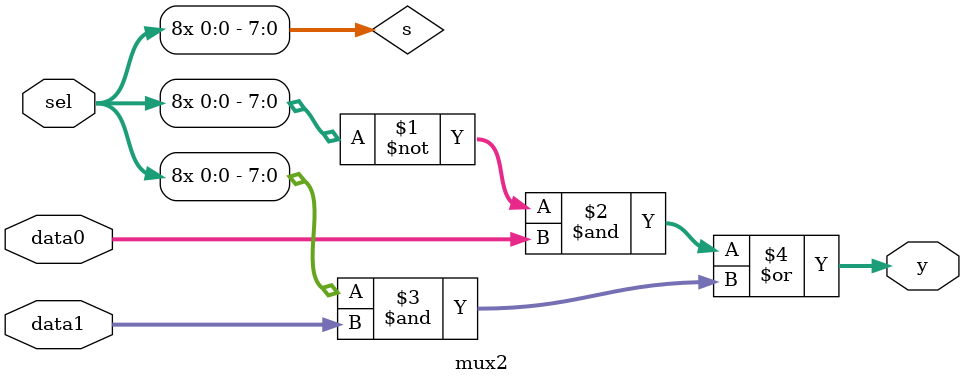
<source format=v>
module mux2(y, data1, data0, sel);
    
  output [7:0] y;
    
  input [7:0] data1, data0;
    
  input sel;
    wire [7:0] s;		

    
  assign s = { 8 {sel} };	// 8-bit duplication of sel 
    
  assign y = ~s & data0 | s & data1;

endmodule


</source>
